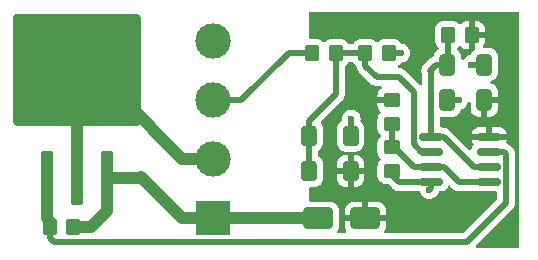
<source format=gtl>
G04 #@! TF.GenerationSoftware,KiCad,Pcbnew,8.0.2-8.0.2-0~ubuntu22.04.1*
G04 #@! TF.CreationDate,2024-05-02T22:53:01+03:00*
G04 #@! TF.ProjectId,blink-timer,626c696e-6b2d-4746-996d-65722e6b6963,rev?*
G04 #@! TF.SameCoordinates,Original*
G04 #@! TF.FileFunction,Copper,L1,Top*
G04 #@! TF.FilePolarity,Positive*
%FSLAX46Y46*%
G04 Gerber Fmt 4.6, Leading zero omitted, Abs format (unit mm)*
G04 Created by KiCad (PCBNEW 8.0.2-8.0.2-0~ubuntu22.04.1) date 2024-05-02 22:53:01*
%MOMM*%
%LPD*%
G01*
G04 APERTURE LIST*
G04 Aperture macros list*
%AMRoundRect*
0 Rectangle with rounded corners*
0 $1 Rounding radius*
0 $2 $3 $4 $5 $6 $7 $8 $9 X,Y pos of 4 corners*
0 Add a 4 corners polygon primitive as box body*
4,1,4,$2,$3,$4,$5,$6,$7,$8,$9,$2,$3,0*
0 Add four circle primitives for the rounded corners*
1,1,$1+$1,$2,$3*
1,1,$1+$1,$4,$5*
1,1,$1+$1,$6,$7*
1,1,$1+$1,$8,$9*
0 Add four rect primitives between the rounded corners*
20,1,$1+$1,$2,$3,$4,$5,0*
20,1,$1+$1,$4,$5,$6,$7,0*
20,1,$1+$1,$6,$7,$8,$9,0*
20,1,$1+$1,$8,$9,$2,$3,0*%
G04 Aperture macros list end*
G04 #@! TA.AperFunction,SMDPad,CuDef*
%ADD10RoundRect,0.250000X-0.450000X0.350000X-0.450000X-0.350000X0.450000X-0.350000X0.450000X0.350000X0*%
G04 #@! TD*
G04 #@! TA.AperFunction,SMDPad,CuDef*
%ADD11RoundRect,0.250000X-0.412500X-0.650000X0.412500X-0.650000X0.412500X0.650000X-0.412500X0.650000X0*%
G04 #@! TD*
G04 #@! TA.AperFunction,SMDPad,CuDef*
%ADD12RoundRect,0.250000X0.350000X0.450000X-0.350000X0.450000X-0.350000X-0.450000X0.350000X-0.450000X0*%
G04 #@! TD*
G04 #@! TA.AperFunction,SMDPad,CuDef*
%ADD13RoundRect,0.250000X0.400000X0.600000X-0.400000X0.600000X-0.400000X-0.600000X0.400000X-0.600000X0*%
G04 #@! TD*
G04 #@! TA.AperFunction,SMDPad,CuDef*
%ADD14RoundRect,0.250000X0.412500X0.650000X-0.412500X0.650000X-0.412500X-0.650000X0.412500X-0.650000X0*%
G04 #@! TD*
G04 #@! TA.AperFunction,SMDPad,CuDef*
%ADD15RoundRect,0.250000X0.300000X-2.050000X0.300000X2.050000X-0.300000X2.050000X-0.300000X-2.050000X0*%
G04 #@! TD*
G04 #@! TA.AperFunction,SMDPad,CuDef*
%ADD16RoundRect,0.250000X2.375000X-2.025000X2.375000X2.025000X-2.375000X2.025000X-2.375000X-2.025000X0*%
G04 #@! TD*
G04 #@! TA.AperFunction,SMDPad,CuDef*
%ADD17RoundRect,0.250002X5.149998X-4.449998X5.149998X4.449998X-5.149998X4.449998X-5.149998X-4.449998X0*%
G04 #@! TD*
G04 #@! TA.AperFunction,SMDPad,CuDef*
%ADD18RoundRect,0.250000X-0.350000X-0.450000X0.350000X-0.450000X0.350000X0.450000X-0.350000X0.450000X0*%
G04 #@! TD*
G04 #@! TA.AperFunction,SMDPad,CuDef*
%ADD19RoundRect,0.150000X-0.825000X-0.150000X0.825000X-0.150000X0.825000X0.150000X-0.825000X0.150000X0*%
G04 #@! TD*
G04 #@! TA.AperFunction,SMDPad,CuDef*
%ADD20RoundRect,0.250000X-0.400000X-0.600000X0.400000X-0.600000X0.400000X0.600000X-0.400000X0.600000X0*%
G04 #@! TD*
G04 #@! TA.AperFunction,SMDPad,CuDef*
%ADD21RoundRect,0.250000X1.000000X0.650000X-1.000000X0.650000X-1.000000X-0.650000X1.000000X-0.650000X0*%
G04 #@! TD*
G04 #@! TA.AperFunction,ComponentPad*
%ADD22R,3.000000X3.000000*%
G04 #@! TD*
G04 #@! TA.AperFunction,ComponentPad*
%ADD23C,3.000000*%
G04 #@! TD*
G04 #@! TA.AperFunction,ViaPad*
%ADD24C,0.600000*%
G04 #@! TD*
G04 #@! TA.AperFunction,Conductor*
%ADD25C,0.508000*%
G04 #@! TD*
G04 #@! TA.AperFunction,Conductor*
%ADD26C,1.016000*%
G04 #@! TD*
G04 APERTURE END LIST*
D10*
X132715000Y-108000000D03*
X132715000Y-110000000D03*
D11*
X137437500Y-105000000D03*
X140562500Y-105000000D03*
D12*
X139500000Y-102500000D03*
X137500000Y-102500000D03*
D13*
X129250000Y-114000000D03*
X125750000Y-114000000D03*
D12*
X105775000Y-118745000D03*
X103775000Y-118745000D03*
D14*
X140562500Y-108000000D03*
X137437500Y-108000000D03*
D15*
X103505000Y-114575000D03*
X106045000Y-114575000D03*
D16*
X103270000Y-107850000D03*
X108820000Y-107850000D03*
D17*
X106045000Y-105425000D03*
D16*
X103270000Y-103000000D03*
X108820000Y-103000000D03*
D15*
X108585000Y-114575000D03*
D18*
X126000000Y-104000000D03*
X128000000Y-104000000D03*
X130500000Y-104000000D03*
X132500000Y-104000000D03*
D19*
X136025000Y-111095000D03*
X136025000Y-112365000D03*
X136025000Y-113635000D03*
X136025000Y-114905000D03*
X140975000Y-114905000D03*
X140975000Y-113635000D03*
X140975000Y-112365000D03*
X140975000Y-111095000D03*
D20*
X125750000Y-111000000D03*
X129250000Y-111000000D03*
D10*
X132715000Y-112000000D03*
X132715000Y-114000000D03*
D21*
X130500000Y-118000000D03*
X126500000Y-118000000D03*
D22*
X117567500Y-118000000D03*
D23*
X117567500Y-113000000D03*
X117567500Y-108000000D03*
X117567500Y-103000000D03*
D24*
X129286000Y-102616000D03*
X129286000Y-105156000D03*
X138380000Y-108000000D03*
X139475000Y-105000000D03*
X129286000Y-109601000D03*
X135890000Y-115570000D03*
X133477000Y-104013000D03*
D25*
X129286000Y-106299000D02*
X130987000Y-108000000D01*
X129286000Y-106299000D02*
X129286000Y-105156000D01*
D26*
X117567500Y-118000000D02*
X126500000Y-118000000D01*
X111500000Y-114500000D02*
X111425000Y-114575000D01*
X105775000Y-118745000D02*
X107255000Y-118745000D01*
X108585000Y-117415000D02*
X108585000Y-114575000D01*
X117567500Y-118000000D02*
X115000000Y-118000000D01*
X111425000Y-114575000D02*
X108585000Y-114575000D01*
X115000000Y-118000000D02*
X111500000Y-114500000D01*
X107255000Y-118745000D02*
X108585000Y-117415000D01*
D25*
X125750000Y-109750000D02*
X128000000Y-107500000D01*
X136025000Y-112365000D02*
X135225000Y-112365000D01*
X131445000Y-106045000D02*
X130500000Y-105100000D01*
X134596000Y-111736000D02*
X134596000Y-107291000D01*
X125750000Y-111000000D02*
X125750000Y-109750000D01*
X128000000Y-104000000D02*
X130500000Y-104000000D01*
X134596000Y-107291000D02*
X133350000Y-106045000D01*
X130500000Y-105100000D02*
X130500000Y-104000000D01*
X135225000Y-112365000D02*
X134596000Y-111736000D01*
X125750000Y-114000000D02*
X125750000Y-111000000D01*
X128000000Y-107500000D02*
X128000000Y-104000000D01*
X133350000Y-106045000D02*
X131445000Y-106045000D01*
X138380000Y-108000000D02*
X137437500Y-108000000D01*
X132715000Y-114300000D02*
X133350000Y-114935000D01*
X136025000Y-114905000D02*
X136025000Y-115435000D01*
X139475000Y-105000000D02*
X140562500Y-105000000D01*
X133464000Y-104000000D02*
X133477000Y-104013000D01*
X133380000Y-114905000D02*
X136025000Y-114905000D01*
X132500000Y-104000000D02*
X133464000Y-104000000D01*
X129250000Y-111000000D02*
X129250000Y-109637000D01*
X133350000Y-114935000D02*
X133380000Y-114905000D01*
X129250000Y-109637000D02*
X129286000Y-109601000D01*
X136025000Y-115435000D02*
X135890000Y-115570000D01*
X142210000Y-112365000D02*
X142404000Y-112559000D01*
X103775000Y-119650000D02*
X103775000Y-118745000D01*
D26*
X103775000Y-118275000D02*
X103500000Y-118000000D01*
D25*
X142404000Y-116676000D02*
X139065000Y-120015000D01*
X139065000Y-120015000D02*
X104140000Y-120015000D01*
D26*
X103500000Y-118000000D02*
X103505000Y-117995000D01*
X103775000Y-118745000D02*
X103775000Y-118275000D01*
D25*
X104140000Y-120015000D02*
X103775000Y-119650000D01*
X142404000Y-112559000D02*
X142404000Y-116676000D01*
D26*
X103505000Y-117995000D02*
X103505000Y-114575000D01*
D25*
X140975000Y-112365000D02*
X142210000Y-112365000D01*
X136025000Y-105525000D02*
X136025000Y-111095000D01*
X136000000Y-105500000D02*
X136025000Y-105525000D01*
X136500000Y-105000000D02*
X136000000Y-105500000D01*
X137437500Y-105000000D02*
X136500000Y-105000000D01*
X137500000Y-102500000D02*
X137500000Y-104937500D01*
X140975000Y-113635000D02*
X139670000Y-113635000D01*
X137130000Y-111095000D02*
X136025000Y-111095000D01*
X137000000Y-104937500D02*
X136937500Y-105000000D01*
X139670000Y-113635000D02*
X137130000Y-111095000D01*
X132955000Y-112000000D02*
X134620000Y-113665000D01*
X132715000Y-110000000D02*
X132715000Y-112000000D01*
X136025000Y-113635000D02*
X137130000Y-113635000D01*
X138460000Y-114905000D02*
X140975000Y-114905000D01*
X138430000Y-114935000D02*
X138460000Y-114905000D01*
X134650000Y-113635000D02*
X136025000Y-113635000D01*
X137130000Y-113635000D02*
X138430000Y-114935000D01*
X134620000Y-113665000D02*
X134650000Y-113635000D01*
X124000000Y-104000000D02*
X126000000Y-104000000D01*
X120000000Y-108000000D02*
X124000000Y-104000000D01*
X117567500Y-108000000D02*
X120000000Y-108000000D01*
X129840000Y-114000000D02*
X129250000Y-114000000D01*
X132715000Y-108000000D02*
X130987000Y-108000000D01*
D26*
X117567500Y-113000000D02*
X115000000Y-113000000D01*
X106045000Y-114575000D02*
X106045000Y-105425000D01*
X115000000Y-113000000D02*
X109850000Y-107850000D01*
G04 #@! TA.AperFunction,Conductor*
G36*
X143442539Y-100520185D02*
G01*
X143488294Y-100572989D01*
X143499500Y-100624500D01*
X143499500Y-120375500D01*
X143479815Y-120442539D01*
X143427011Y-120488294D01*
X143375500Y-120499500D01*
X139946887Y-120499500D01*
X139879848Y-120479815D01*
X139834093Y-120427011D01*
X139824149Y-120357853D01*
X139853174Y-120294297D01*
X139859206Y-120287819D01*
X142990056Y-117156969D01*
X142990059Y-117156966D01*
X143072630Y-117033390D01*
X143129505Y-116896079D01*
X143157113Y-116757289D01*
X143158501Y-116750314D01*
X143158501Y-116596578D01*
X143158500Y-116596552D01*
X143158500Y-112484687D01*
X143158499Y-112484683D01*
X143131808Y-112350498D01*
X143129505Y-112338920D01*
X143072629Y-112201610D01*
X143066682Y-112192710D01*
X142990060Y-112078035D01*
X142990059Y-112078034D01*
X142980681Y-112068656D01*
X142884966Y-111972941D01*
X142884964Y-111972939D01*
X142831356Y-111919331D01*
X142690969Y-111778943D01*
X142690968Y-111778942D01*
X142567392Y-111696372D01*
X142567391Y-111696371D01*
X142567389Y-111696370D01*
X142567386Y-111696368D01*
X142567381Y-111696366D01*
X142483658Y-111661688D01*
X142483654Y-111661685D01*
X142483654Y-111661686D01*
X142472154Y-111656922D01*
X142417752Y-111613079D01*
X142395690Y-111546784D01*
X142400535Y-111507768D01*
X142447099Y-111347494D01*
X142447100Y-111347488D01*
X142447295Y-111345001D01*
X142447295Y-111345000D01*
X139502705Y-111345000D01*
X139502704Y-111345001D01*
X139502899Y-111347486D01*
X139548718Y-111505198D01*
X139632314Y-111646552D01*
X139637100Y-111652722D01*
X139634640Y-111654629D01*
X139661210Y-111703288D01*
X139656226Y-111772980D01*
X139635162Y-111805781D01*
X139636699Y-111806974D01*
X139631915Y-111813140D01*
X139548255Y-111954603D01*
X139548254Y-111954606D01*
X139502402Y-112112426D01*
X139501263Y-112118667D01*
X139499763Y-112118393D01*
X139477611Y-112176512D01*
X139421379Y-112217981D01*
X139351653Y-112222466D01*
X139291198Y-112189173D01*
X137947024Y-110844998D01*
X139502704Y-110844998D01*
X139502705Y-110845000D01*
X140725000Y-110845000D01*
X141225000Y-110845000D01*
X142447295Y-110845000D01*
X142447295Y-110844998D01*
X142447100Y-110842513D01*
X142401281Y-110684801D01*
X142317685Y-110543447D01*
X142317678Y-110543438D01*
X142201561Y-110427321D01*
X142201552Y-110427314D01*
X142060196Y-110343717D01*
X142060193Y-110343716D01*
X141902495Y-110297900D01*
X141902489Y-110297899D01*
X141865649Y-110295000D01*
X141225000Y-110295000D01*
X141225000Y-110845000D01*
X140725000Y-110845000D01*
X140725000Y-110295000D01*
X140084350Y-110295000D01*
X140047510Y-110297899D01*
X140047504Y-110297900D01*
X139889806Y-110343716D01*
X139889803Y-110343717D01*
X139748447Y-110427314D01*
X139748438Y-110427321D01*
X139632321Y-110543438D01*
X139632314Y-110543447D01*
X139548718Y-110684801D01*
X139502899Y-110842513D01*
X139502704Y-110844998D01*
X137947024Y-110844998D01*
X137610969Y-110508943D01*
X137610968Y-110508942D01*
X137487392Y-110426372D01*
X137487391Y-110426371D01*
X137487389Y-110426370D01*
X137487386Y-110426368D01*
X137487381Y-110426366D01*
X137390815Y-110386368D01*
X137390813Y-110386367D01*
X137350084Y-110369496D01*
X137350081Y-110369495D01*
X137343091Y-110368104D01*
X137314939Y-110362505D01*
X137251979Y-110349981D01*
X137204313Y-110340499D01*
X137204312Y-110340499D01*
X137118555Y-110340499D01*
X137083960Y-110335575D01*
X137030229Y-110319964D01*
X136952570Y-110297402D01*
X136952567Y-110297401D01*
X136915701Y-110294500D01*
X136915694Y-110294500D01*
X136903500Y-110294500D01*
X136836461Y-110274815D01*
X136790706Y-110222011D01*
X136779500Y-110170500D01*
X136779500Y-109517841D01*
X136799185Y-109450802D01*
X136851989Y-109405047D01*
X136916100Y-109394483D01*
X136974991Y-109400500D01*
X137900008Y-109400499D01*
X137900016Y-109400498D01*
X137900019Y-109400498D01*
X137977227Y-109392611D01*
X138002797Y-109389999D01*
X138169334Y-109334814D01*
X138318656Y-109242712D01*
X138442712Y-109118656D01*
X138534814Y-108969334D01*
X138581380Y-108828806D01*
X138621153Y-108771362D01*
X138658130Y-108750769D01*
X138729522Y-108725789D01*
X138882262Y-108629816D01*
X139009816Y-108502262D01*
X139105789Y-108349522D01*
X139158959Y-108197570D01*
X139199680Y-108140796D01*
X139264632Y-108115048D01*
X139333194Y-108128504D01*
X139383597Y-108176891D01*
X139400000Y-108238526D01*
X139400000Y-108699971D01*
X139400001Y-108699987D01*
X139410494Y-108802697D01*
X139465641Y-108969119D01*
X139465643Y-108969124D01*
X139557684Y-109118345D01*
X139681654Y-109242315D01*
X139830875Y-109334356D01*
X139830880Y-109334358D01*
X139997302Y-109389505D01*
X139997309Y-109389506D01*
X140100019Y-109399999D01*
X140312499Y-109399999D01*
X140812500Y-109399999D01*
X141024972Y-109399999D01*
X141024986Y-109399998D01*
X141127697Y-109389505D01*
X141294119Y-109334358D01*
X141294124Y-109334356D01*
X141443345Y-109242315D01*
X141567315Y-109118345D01*
X141659356Y-108969124D01*
X141659358Y-108969119D01*
X141714505Y-108802697D01*
X141714506Y-108802690D01*
X141724999Y-108699986D01*
X141725000Y-108699973D01*
X141725000Y-108250000D01*
X140812500Y-108250000D01*
X140812500Y-109399999D01*
X140312499Y-109399999D01*
X140312500Y-109399998D01*
X140312500Y-107874000D01*
X140332185Y-107806961D01*
X140384989Y-107761206D01*
X140436500Y-107750000D01*
X141724999Y-107750000D01*
X141724999Y-107300028D01*
X141724998Y-107300013D01*
X141714505Y-107197302D01*
X141659358Y-107030880D01*
X141659356Y-107030875D01*
X141567315Y-106881654D01*
X141443345Y-106757684D01*
X141294124Y-106665643D01*
X141294119Y-106665641D01*
X141150254Y-106617969D01*
X141092809Y-106578196D01*
X141065986Y-106513680D01*
X141078301Y-106444905D01*
X141125844Y-106393705D01*
X141150250Y-106382558D01*
X141294334Y-106334814D01*
X141443656Y-106242712D01*
X141567712Y-106118656D01*
X141659814Y-105969334D01*
X141714999Y-105802797D01*
X141725500Y-105700009D01*
X141725499Y-104299992D01*
X141722865Y-104274211D01*
X141714999Y-104197203D01*
X141714998Y-104197200D01*
X141710640Y-104184049D01*
X141659814Y-104030666D01*
X141567712Y-103881344D01*
X141443656Y-103757288D01*
X141294334Y-103665186D01*
X141127797Y-103610001D01*
X141127795Y-103610000D01*
X141025016Y-103599500D01*
X140552754Y-103599500D01*
X140485715Y-103579815D01*
X140439960Y-103527011D01*
X140430016Y-103457853D01*
X140447215Y-103410403D01*
X140534356Y-103269124D01*
X140534358Y-103269119D01*
X140589505Y-103102697D01*
X140589506Y-103102690D01*
X140599999Y-102999986D01*
X140600000Y-102999973D01*
X140600000Y-102750000D01*
X139750000Y-102750000D01*
X139750000Y-103645733D01*
X139730315Y-103712772D01*
X139691101Y-103751269D01*
X139681346Y-103757286D01*
X139681343Y-103757288D01*
X139557289Y-103881342D01*
X139465187Y-104030663D01*
X139465186Y-104030666D01*
X139433395Y-104126604D01*
X139393622Y-104184049D01*
X139329575Y-104210819D01*
X139295750Y-104214630D01*
X139125478Y-104274210D01*
X138972737Y-104370184D01*
X138845182Y-104497739D01*
X138829492Y-104522711D01*
X138777157Y-104569002D01*
X138708104Y-104579649D01*
X138644256Y-104551274D01*
X138605884Y-104492884D01*
X138600499Y-104456738D01*
X138600499Y-104299998D01*
X138600498Y-104299981D01*
X138589999Y-104197203D01*
X138589998Y-104197200D01*
X138585640Y-104184049D01*
X138534814Y-104030666D01*
X138442712Y-103881344D01*
X138318656Y-103757288D01*
X138315819Y-103755538D01*
X138314283Y-103753830D01*
X138312989Y-103752807D01*
X138313163Y-103752585D01*
X138269096Y-103703594D01*
X138257872Y-103634632D01*
X138285713Y-103570549D01*
X138315823Y-103544458D01*
X138318656Y-103542712D01*
X138412675Y-103448692D01*
X138473994Y-103415210D01*
X138543686Y-103420194D01*
X138588034Y-103448695D01*
X138681654Y-103542315D01*
X138830875Y-103634356D01*
X138830880Y-103634358D01*
X138997302Y-103689505D01*
X138997309Y-103689506D01*
X139100019Y-103699999D01*
X139249999Y-103699999D01*
X139250000Y-103699998D01*
X139250000Y-102250000D01*
X139750000Y-102250000D01*
X140599999Y-102250000D01*
X140599999Y-102000028D01*
X140599998Y-102000013D01*
X140589505Y-101897302D01*
X140534358Y-101730880D01*
X140534356Y-101730875D01*
X140442315Y-101581654D01*
X140318345Y-101457684D01*
X140169124Y-101365643D01*
X140169119Y-101365641D01*
X140002697Y-101310494D01*
X140002690Y-101310493D01*
X139899986Y-101300000D01*
X139750000Y-101300000D01*
X139750000Y-102250000D01*
X139250000Y-102250000D01*
X139250000Y-101300000D01*
X139100027Y-101300000D01*
X139100012Y-101300001D01*
X138997302Y-101310494D01*
X138830880Y-101365641D01*
X138830875Y-101365643D01*
X138681657Y-101457682D01*
X138588034Y-101551305D01*
X138526710Y-101584789D01*
X138457019Y-101579805D01*
X138412672Y-101551304D01*
X138318657Y-101457289D01*
X138318656Y-101457288D01*
X138169334Y-101365186D01*
X138002797Y-101310001D01*
X138002795Y-101310000D01*
X137900010Y-101299500D01*
X137099998Y-101299500D01*
X137099980Y-101299501D01*
X136997203Y-101310000D01*
X136997200Y-101310001D01*
X136830668Y-101365185D01*
X136830663Y-101365187D01*
X136681342Y-101457289D01*
X136557289Y-101581342D01*
X136465187Y-101730663D01*
X136465185Y-101730668D01*
X136465115Y-101730880D01*
X136410001Y-101897203D01*
X136410001Y-101897204D01*
X136410000Y-101897204D01*
X136399500Y-101999983D01*
X136399500Y-103000001D01*
X136399501Y-103000019D01*
X136410000Y-103102796D01*
X136410001Y-103102799D01*
X136465185Y-103269331D01*
X136465187Y-103269336D01*
X136557289Y-103418657D01*
X136655481Y-103516849D01*
X136688966Y-103578172D01*
X136683982Y-103647864D01*
X136642110Y-103703797D01*
X136632898Y-103710068D01*
X136556344Y-103757287D01*
X136432289Y-103881342D01*
X136340187Y-104030663D01*
X136340185Y-104030668D01*
X136285001Y-104197201D01*
X136284999Y-104197214D01*
X136284501Y-104202087D01*
X136258101Y-104266777D01*
X136208597Y-104304037D01*
X136142612Y-104331369D01*
X136142610Y-104331370D01*
X136115476Y-104349499D01*
X136115477Y-104349500D01*
X136019033Y-104413941D01*
X135976237Y-104456738D01*
X135913941Y-104519034D01*
X135913939Y-104519036D01*
X135413943Y-105019030D01*
X135413942Y-105019031D01*
X135331372Y-105142607D01*
X135331366Y-105142618D01*
X135274496Y-105279916D01*
X135274493Y-105279926D01*
X135245499Y-105425685D01*
X135245499Y-105574313D01*
X135268117Y-105688014D01*
X135270500Y-105712207D01*
X135270500Y-106599112D01*
X135250815Y-106666151D01*
X135198011Y-106711906D01*
X135128853Y-106721850D01*
X135065297Y-106692825D01*
X135058819Y-106686793D01*
X133830968Y-105458942D01*
X133781199Y-105425688D01*
X133707389Y-105376370D01*
X133707386Y-105376368D01*
X133707385Y-105376368D01*
X133626955Y-105343053D01*
X133570080Y-105319495D01*
X133545894Y-105314684D01*
X133424314Y-105290499D01*
X133424312Y-105290499D01*
X133354167Y-105290499D01*
X133287128Y-105270814D01*
X133241373Y-105218010D01*
X133231429Y-105148852D01*
X133260454Y-105085296D01*
X133289071Y-105060960D01*
X133318656Y-105042712D01*
X133442712Y-104918656D01*
X133474815Y-104866607D01*
X133526762Y-104819883D01*
X133566472Y-104808484D01*
X133656249Y-104798369D01*
X133656252Y-104798368D01*
X133656255Y-104798368D01*
X133826522Y-104738789D01*
X133979262Y-104642816D01*
X134106816Y-104515262D01*
X134202789Y-104362522D01*
X134262368Y-104192255D01*
X134275657Y-104074312D01*
X134282565Y-104013003D01*
X134282565Y-104012996D01*
X134262369Y-103833750D01*
X134262368Y-103833745D01*
X134235615Y-103757289D01*
X134202789Y-103663478D01*
X134184490Y-103634356D01*
X134128003Y-103544457D01*
X134106816Y-103510738D01*
X133979262Y-103383184D01*
X133896802Y-103331371D01*
X133826521Y-103287210D01*
X133672513Y-103233321D01*
X133656255Y-103227632D01*
X133656254Y-103227631D01*
X133656249Y-103227630D01*
X133583704Y-103219457D01*
X133519290Y-103192391D01*
X133492051Y-103161336D01*
X133442712Y-103081344D01*
X133318656Y-102957288D01*
X133169334Y-102865186D01*
X133002797Y-102810001D01*
X133002795Y-102810000D01*
X132900010Y-102799500D01*
X132099998Y-102799500D01*
X132099980Y-102799501D01*
X131997203Y-102810000D01*
X131997200Y-102810001D01*
X131830668Y-102865185D01*
X131830663Y-102865187D01*
X131681342Y-102957289D01*
X131587681Y-103050951D01*
X131526358Y-103084436D01*
X131456666Y-103079452D01*
X131412319Y-103050951D01*
X131318657Y-102957289D01*
X131318656Y-102957288D01*
X131169334Y-102865186D01*
X131002797Y-102810001D01*
X131002795Y-102810000D01*
X130900010Y-102799500D01*
X130099998Y-102799500D01*
X130099980Y-102799501D01*
X129997203Y-102810000D01*
X129997200Y-102810001D01*
X129830668Y-102865185D01*
X129830663Y-102865187D01*
X129681342Y-102957289D01*
X129557289Y-103081342D01*
X129492368Y-103186597D01*
X129440420Y-103233321D01*
X129386829Y-103245500D01*
X129113171Y-103245500D01*
X129046132Y-103225815D01*
X129007632Y-103186597D01*
X128955944Y-103102797D01*
X128942712Y-103081344D01*
X128818656Y-102957288D01*
X128669334Y-102865186D01*
X128502797Y-102810001D01*
X128502795Y-102810000D01*
X128400010Y-102799500D01*
X127599998Y-102799500D01*
X127599980Y-102799501D01*
X127497203Y-102810000D01*
X127497200Y-102810001D01*
X127330668Y-102865185D01*
X127330663Y-102865187D01*
X127181342Y-102957289D01*
X127087681Y-103050951D01*
X127026358Y-103084436D01*
X126956666Y-103079452D01*
X126912319Y-103050951D01*
X126818657Y-102957289D01*
X126818656Y-102957288D01*
X126669334Y-102865186D01*
X126502797Y-102810001D01*
X126502795Y-102810000D01*
X126400016Y-102799500D01*
X125854000Y-102799500D01*
X125786961Y-102779815D01*
X125741206Y-102727011D01*
X125730000Y-102675500D01*
X125730000Y-100624500D01*
X125749685Y-100557461D01*
X125802489Y-100511706D01*
X125854000Y-100500500D01*
X143375500Y-100500500D01*
X143442539Y-100520185D01*
G37*
G04 #@! TD.AperFunction*
G04 #@! TA.AperFunction,Conductor*
G36*
X129453868Y-104774185D02*
G01*
X129492367Y-104813402D01*
X129557288Y-104918656D01*
X129681344Y-105042712D01*
X129686588Y-105045946D01*
X129733316Y-105097889D01*
X129745499Y-105151489D01*
X129745499Y-105174313D01*
X129756003Y-105227116D01*
X129766507Y-105279921D01*
X129773422Y-105314684D01*
X129774495Y-105320080D01*
X129774496Y-105320084D01*
X129797811Y-105376371D01*
X129831367Y-105457385D01*
X129913942Y-105580968D01*
X129913943Y-105580969D01*
X130854600Y-106521624D01*
X130854621Y-106521647D01*
X130964029Y-106631055D01*
X130964032Y-106631057D01*
X130964034Y-106631059D01*
X131046605Y-106686230D01*
X131087611Y-106713630D01*
X131168043Y-106746945D01*
X131168044Y-106746946D01*
X131193968Y-106757684D01*
X131224920Y-106770505D01*
X131244977Y-106774494D01*
X131244978Y-106774495D01*
X131244979Y-106774495D01*
X131370686Y-106799501D01*
X131370688Y-106799501D01*
X131525426Y-106799501D01*
X131525446Y-106799500D01*
X131777999Y-106799500D01*
X131845038Y-106819185D01*
X131890793Y-106871989D01*
X131900737Y-106941147D01*
X131871712Y-107004703D01*
X131843096Y-107029039D01*
X131796654Y-107057684D01*
X131672684Y-107181654D01*
X131580643Y-107330875D01*
X131580641Y-107330880D01*
X131525494Y-107497302D01*
X131525493Y-107497309D01*
X131515000Y-107600013D01*
X131515000Y-107750000D01*
X132841000Y-107750000D01*
X132908039Y-107769685D01*
X132953794Y-107822489D01*
X132965000Y-107874000D01*
X132965000Y-108126000D01*
X132945315Y-108193039D01*
X132892511Y-108238794D01*
X132841000Y-108250000D01*
X131515001Y-108250000D01*
X131515001Y-108399986D01*
X131525494Y-108502697D01*
X131580641Y-108669119D01*
X131580643Y-108669124D01*
X131672684Y-108818345D01*
X131766304Y-108911965D01*
X131799789Y-108973288D01*
X131794805Y-109042980D01*
X131766305Y-109087327D01*
X131672287Y-109181345D01*
X131580187Y-109330663D01*
X131580185Y-109330668D01*
X131552349Y-109414670D01*
X131525001Y-109497203D01*
X131525001Y-109497204D01*
X131525000Y-109497204D01*
X131514500Y-109599983D01*
X131514500Y-110400001D01*
X131514501Y-110400019D01*
X131525000Y-110502796D01*
X131525001Y-110502799D01*
X131580185Y-110669331D01*
X131580187Y-110669336D01*
X131672289Y-110818657D01*
X131765951Y-110912319D01*
X131799436Y-110973642D01*
X131794452Y-111043334D01*
X131765951Y-111087681D01*
X131672289Y-111181342D01*
X131580187Y-111330663D01*
X131580185Y-111330668D01*
X131552349Y-111414670D01*
X131525001Y-111497203D01*
X131525001Y-111497204D01*
X131525000Y-111497204D01*
X131514500Y-111599983D01*
X131514500Y-112400001D01*
X131514501Y-112400019D01*
X131525000Y-112502796D01*
X131525001Y-112502799D01*
X131563033Y-112617569D01*
X131580186Y-112669334D01*
X131665520Y-112807684D01*
X131672289Y-112818657D01*
X131765951Y-112912319D01*
X131799436Y-112973642D01*
X131794452Y-113043334D01*
X131765951Y-113087681D01*
X131672289Y-113181342D01*
X131580187Y-113330663D01*
X131580185Y-113330668D01*
X131573782Y-113349991D01*
X131525001Y-113497203D01*
X131525001Y-113497204D01*
X131525000Y-113497204D01*
X131514500Y-113599983D01*
X131514500Y-114400001D01*
X131514501Y-114400019D01*
X131525000Y-114502796D01*
X131525001Y-114502799D01*
X131573770Y-114649973D01*
X131580186Y-114669334D01*
X131672288Y-114818656D01*
X131796344Y-114942712D01*
X131945666Y-115034814D01*
X132112203Y-115089999D01*
X132214991Y-115100500D01*
X132397112Y-115100499D01*
X132464152Y-115120183D01*
X132484794Y-115136818D01*
X132759600Y-115411624D01*
X132759621Y-115411647D01*
X132869031Y-115521057D01*
X132869034Y-115521059D01*
X132992611Y-115603630D01*
X133129921Y-115660505D01*
X133129925Y-115660505D01*
X133129926Y-115660506D01*
X133275685Y-115689501D01*
X133275688Y-115689501D01*
X133424314Y-115689501D01*
X133563155Y-115661883D01*
X133587347Y-115659500D01*
X134931441Y-115659500D01*
X134966030Y-115664422D01*
X135025929Y-115681824D01*
X135084811Y-115719428D01*
X135108371Y-115759943D01*
X135116107Y-115782049D01*
X135164210Y-115919521D01*
X135164211Y-115919522D01*
X135260184Y-116072262D01*
X135387738Y-116199816D01*
X135540478Y-116295789D01*
X135710745Y-116355368D01*
X135710750Y-116355369D01*
X135889996Y-116375565D01*
X135890000Y-116375565D01*
X135890004Y-116375565D01*
X136069249Y-116355369D01*
X136069252Y-116355368D01*
X136069255Y-116355368D01*
X136239522Y-116295789D01*
X136392262Y-116199816D01*
X136519816Y-116072262D01*
X136615789Y-115919522D01*
X136618403Y-115912048D01*
X136632341Y-115884112D01*
X136693629Y-115792390D01*
X136693630Y-115792389D01*
X136693631Y-115792386D01*
X136693633Y-115792383D01*
X136697913Y-115782049D01*
X136741754Y-115727645D01*
X136808047Y-115705579D01*
X136812475Y-115705500D01*
X136915686Y-115705500D01*
X136915694Y-115705500D01*
X136952569Y-115702598D01*
X136952571Y-115702597D01*
X136952573Y-115702597D01*
X136997649Y-115689501D01*
X137110398Y-115656744D01*
X137251865Y-115573081D01*
X137368081Y-115456865D01*
X137451744Y-115315398D01*
X137458899Y-115290767D01*
X137496504Y-115231883D01*
X137559976Y-115202675D01*
X137629163Y-115212420D01*
X137665657Y-115237681D01*
X137839600Y-115411624D01*
X137839621Y-115411647D01*
X137949030Y-115521056D01*
X137949038Y-115521062D01*
X138022279Y-115570000D01*
X138022280Y-115570000D01*
X138072611Y-115603630D01*
X138209921Y-115660505D01*
X138209925Y-115660505D01*
X138209926Y-115660506D01*
X138355685Y-115689501D01*
X138355688Y-115689501D01*
X138504314Y-115689501D01*
X138643155Y-115661883D01*
X138667347Y-115659500D01*
X139881441Y-115659500D01*
X139916036Y-115664424D01*
X140047426Y-115702597D01*
X140047429Y-115702597D01*
X140047431Y-115702598D01*
X140084306Y-115705500D01*
X141525500Y-115705500D01*
X141592539Y-115725185D01*
X141638294Y-115777989D01*
X141649500Y-115829500D01*
X141649500Y-116312113D01*
X141629815Y-116379152D01*
X141613181Y-116399794D01*
X138788794Y-119224181D01*
X138727471Y-119257666D01*
X138701113Y-119260500D01*
X132226809Y-119260500D01*
X132159770Y-119240815D01*
X132114015Y-119188011D01*
X132104071Y-119118853D01*
X132121270Y-119071403D01*
X132184356Y-118969124D01*
X132184358Y-118969119D01*
X132239505Y-118802697D01*
X132239506Y-118802690D01*
X132249999Y-118699986D01*
X132250000Y-118699973D01*
X132250000Y-118250000D01*
X128750001Y-118250000D01*
X128750001Y-118699986D01*
X128760494Y-118802697D01*
X128815641Y-118969119D01*
X128815643Y-118969124D01*
X128878730Y-119071403D01*
X128897170Y-119138796D01*
X128876247Y-119205459D01*
X128822606Y-119250229D01*
X128773191Y-119260500D01*
X128227396Y-119260500D01*
X128160357Y-119240815D01*
X128114602Y-119188011D01*
X128104658Y-119118853D01*
X128121855Y-119071405D01*
X128184814Y-118969334D01*
X128239999Y-118802797D01*
X128250500Y-118700009D01*
X128250499Y-117300013D01*
X128750000Y-117300013D01*
X128750000Y-117750000D01*
X130250000Y-117750000D01*
X130750000Y-117750000D01*
X132249999Y-117750000D01*
X132249999Y-117300028D01*
X132249998Y-117300013D01*
X132239505Y-117197302D01*
X132184358Y-117030880D01*
X132184356Y-117030875D01*
X132092315Y-116881654D01*
X131968345Y-116757684D01*
X131819124Y-116665643D01*
X131819119Y-116665641D01*
X131652697Y-116610494D01*
X131652690Y-116610493D01*
X131549986Y-116600000D01*
X130750000Y-116600000D01*
X130750000Y-117750000D01*
X130250000Y-117750000D01*
X130250000Y-116600000D01*
X129450028Y-116600000D01*
X129450012Y-116600001D01*
X129347302Y-116610494D01*
X129180880Y-116665641D01*
X129180875Y-116665643D01*
X129031654Y-116757684D01*
X128907684Y-116881654D01*
X128815643Y-117030875D01*
X128815641Y-117030880D01*
X128760494Y-117197302D01*
X128760493Y-117197309D01*
X128750000Y-117300013D01*
X128250499Y-117300013D01*
X128250499Y-117299992D01*
X128239999Y-117197203D01*
X128184814Y-117030666D01*
X128092712Y-116881344D01*
X127968656Y-116757288D01*
X127819334Y-116665186D01*
X127652797Y-116610001D01*
X127652795Y-116610000D01*
X127550016Y-116599500D01*
X125854000Y-116599500D01*
X125786961Y-116579815D01*
X125741206Y-116527011D01*
X125730000Y-116475500D01*
X125730000Y-115474499D01*
X125749685Y-115407460D01*
X125802489Y-115361705D01*
X125853998Y-115350499D01*
X126200008Y-115350499D01*
X126302797Y-115339999D01*
X126469334Y-115284814D01*
X126618656Y-115192712D01*
X126742712Y-115068656D01*
X126834814Y-114919334D01*
X126889999Y-114752797D01*
X126900500Y-114650009D01*
X126900500Y-114649986D01*
X128100001Y-114649986D01*
X128110494Y-114752697D01*
X128165641Y-114919119D01*
X128165643Y-114919124D01*
X128257684Y-115068345D01*
X128381654Y-115192315D01*
X128530875Y-115284356D01*
X128530880Y-115284358D01*
X128697302Y-115339505D01*
X128697309Y-115339506D01*
X128800019Y-115349999D01*
X128999999Y-115349999D01*
X129500000Y-115349999D01*
X129699972Y-115349999D01*
X129699986Y-115349998D01*
X129802697Y-115339505D01*
X129969119Y-115284358D01*
X129969124Y-115284356D01*
X130118345Y-115192315D01*
X130242315Y-115068345D01*
X130334356Y-114919124D01*
X130334358Y-114919119D01*
X130389505Y-114752697D01*
X130389506Y-114752690D01*
X130399999Y-114649986D01*
X130400000Y-114649973D01*
X130400000Y-114250000D01*
X129500000Y-114250000D01*
X129500000Y-115349999D01*
X128999999Y-115349999D01*
X129000000Y-115349998D01*
X129000000Y-114250000D01*
X128100001Y-114250000D01*
X128100001Y-114649986D01*
X126900500Y-114649986D01*
X126900499Y-113350013D01*
X128100000Y-113350013D01*
X128100000Y-113750000D01*
X129000000Y-113750000D01*
X129500000Y-113750000D01*
X130399999Y-113750000D01*
X130399999Y-113350028D01*
X130399998Y-113350013D01*
X130389505Y-113247302D01*
X130334358Y-113080880D01*
X130334356Y-113080875D01*
X130242315Y-112931654D01*
X130118345Y-112807684D01*
X129969124Y-112715643D01*
X129969119Y-112715641D01*
X129802697Y-112660494D01*
X129802690Y-112660493D01*
X129699986Y-112650000D01*
X129500000Y-112650000D01*
X129500000Y-113750000D01*
X129000000Y-113750000D01*
X129000000Y-112650000D01*
X128800029Y-112650000D01*
X128800012Y-112650001D01*
X128697302Y-112660494D01*
X128530880Y-112715641D01*
X128530875Y-112715643D01*
X128381654Y-112807684D01*
X128257684Y-112931654D01*
X128165643Y-113080875D01*
X128165641Y-113080880D01*
X128110494Y-113247302D01*
X128110493Y-113247309D01*
X128100000Y-113350013D01*
X126900499Y-113350013D01*
X126900499Y-113349992D01*
X126889999Y-113247203D01*
X126834814Y-113080666D01*
X126742712Y-112931344D01*
X126618656Y-112807288D01*
X126618655Y-112807287D01*
X126563402Y-112773206D01*
X126516678Y-112721257D01*
X126504500Y-112667668D01*
X126504500Y-112332330D01*
X126524185Y-112265291D01*
X126563403Y-112226791D01*
X126618656Y-112192712D01*
X126742712Y-112068656D01*
X126834814Y-111919334D01*
X126889999Y-111752797D01*
X126900500Y-111650009D01*
X126900499Y-110349992D01*
X126900498Y-110349983D01*
X128099500Y-110349983D01*
X128099500Y-111650001D01*
X128099501Y-111650018D01*
X128110000Y-111752796D01*
X128110001Y-111752799D01*
X128165185Y-111919331D01*
X128165186Y-111919334D01*
X128257288Y-112068656D01*
X128381344Y-112192712D01*
X128530666Y-112284814D01*
X128697203Y-112339999D01*
X128799991Y-112350500D01*
X129700008Y-112350499D01*
X129700016Y-112350498D01*
X129700019Y-112350498D01*
X129756302Y-112344748D01*
X129802797Y-112339999D01*
X129969334Y-112284814D01*
X130118656Y-112192712D01*
X130242712Y-112068656D01*
X130334814Y-111919334D01*
X130389999Y-111752797D01*
X130400500Y-111650009D01*
X130400499Y-110349992D01*
X130389999Y-110247203D01*
X130334814Y-110080666D01*
X130242712Y-109931344D01*
X130118656Y-109807288D01*
X130115643Y-109804275D01*
X130082158Y-109742952D01*
X130080104Y-109702713D01*
X130091565Y-109601000D01*
X130091565Y-109600996D01*
X130071369Y-109421750D01*
X130071368Y-109421745D01*
X130060087Y-109389505D01*
X130011789Y-109251478D01*
X130006031Y-109242315D01*
X129915815Y-109098737D01*
X129788262Y-108971184D01*
X129635523Y-108875211D01*
X129465254Y-108815631D01*
X129465249Y-108815630D01*
X129286004Y-108795435D01*
X129285996Y-108795435D01*
X129106750Y-108815630D01*
X129106745Y-108815631D01*
X128936476Y-108875211D01*
X128783737Y-108971184D01*
X128656184Y-109098737D01*
X128560211Y-109251476D01*
X128500631Y-109421745D01*
X128500630Y-109421750D01*
X128480435Y-109600996D01*
X128480435Y-109601002D01*
X128486924Y-109658593D01*
X128474870Y-109727415D01*
X128428802Y-109778015D01*
X128381344Y-109807287D01*
X128257289Y-109931342D01*
X128165187Y-110080663D01*
X128165186Y-110080666D01*
X128110001Y-110247203D01*
X128110001Y-110247204D01*
X128110000Y-110247204D01*
X128099500Y-110349983D01*
X126900498Y-110349983D01*
X126889999Y-110247203D01*
X126834814Y-110080666D01*
X126753349Y-109948589D01*
X126734910Y-109881201D01*
X126755832Y-109814537D01*
X126771203Y-109795820D01*
X128480963Y-108086060D01*
X128480966Y-108086059D01*
X128586059Y-107980966D01*
X128668629Y-107857390D01*
X128668630Y-107857389D01*
X128668633Y-107857385D01*
X128725503Y-107720083D01*
X128725505Y-107720079D01*
X128754501Y-107574312D01*
X128754501Y-107425688D01*
X128754501Y-107420578D01*
X128754500Y-107420552D01*
X128754500Y-105151490D01*
X128774185Y-105084451D01*
X128813408Y-105045948D01*
X128818656Y-105042712D01*
X128942712Y-104918656D01*
X129007632Y-104813402D01*
X129059580Y-104766679D01*
X129113171Y-104754500D01*
X129386829Y-104754500D01*
X129453868Y-104774185D01*
G37*
G04 #@! TD.AperFunction*
M02*

</source>
